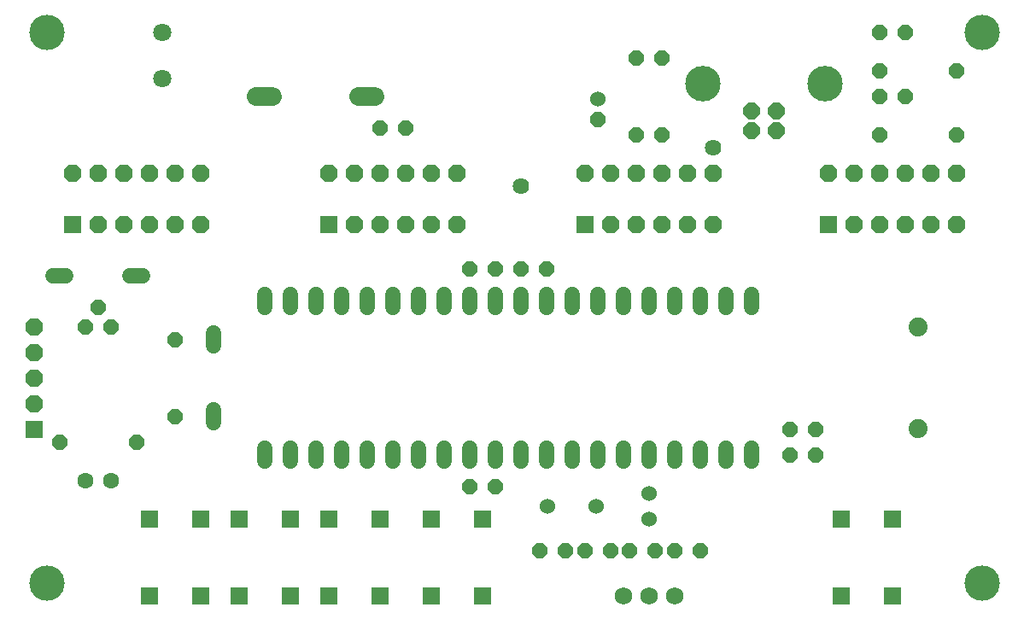
<source format=gbs>
G75*
G70*
%OFA0B0*%
%FSLAX24Y24*%
%IPPOS*%
%LPD*%
%AMOC8*
5,1,8,0,0,1.08239X$1,22.5*
%
%ADD10R,0.0674X0.0674*%
%ADD11C,0.0740*%
%ADD12OC8,0.0654*%
%ADD13C,0.1386*%
%ADD14OC8,0.0600*%
%ADD15C,0.0600*%
%ADD16C,0.0710*%
%ADD17C,0.0600*%
%ADD18C,0.1380*%
%ADD19C,0.0680*%
%ADD20C,0.0631*%
%ADD21C,0.0740*%
%ADD22R,0.0680X0.0680*%
%ADD23OC8,0.0680*%
%ADD24OC8,0.0682*%
%ADD25R,0.0682X0.0682*%
%ADD26C,0.0640*%
D10*
X005994Y005344D03*
X007994Y005344D03*
X009494Y005344D03*
X011494Y005344D03*
X012994Y005344D03*
X014994Y005344D03*
X016994Y005344D03*
X018994Y005344D03*
X018994Y008344D03*
X016994Y008344D03*
X014994Y008344D03*
X012994Y008344D03*
X011494Y008344D03*
X009494Y008344D03*
X007994Y008344D03*
X005994Y008344D03*
X032994Y008344D03*
X034994Y008344D03*
X034994Y005344D03*
X032994Y005344D03*
D11*
X035994Y011875D03*
X035994Y015812D03*
D12*
X030486Y023490D03*
X029502Y023490D03*
X029502Y024277D03*
X030486Y024277D03*
D13*
X032364Y025344D03*
X027624Y025344D03*
D14*
X025994Y026344D03*
X024994Y026344D03*
X023494Y023944D03*
X024994Y023344D03*
X025994Y023344D03*
X021494Y018094D03*
X020494Y018094D03*
X019494Y018094D03*
X018494Y018094D03*
X015994Y023594D03*
X014994Y023594D03*
X004494Y015844D03*
X003994Y016594D03*
X003494Y015844D03*
X006994Y015344D03*
X006994Y012344D03*
X005494Y011344D03*
X002494Y011344D03*
X018494Y009594D03*
X019494Y009594D03*
X021244Y007094D03*
X022244Y007094D03*
X022994Y007094D03*
X023994Y007094D03*
X024744Y007094D03*
X025744Y007094D03*
X026494Y007094D03*
X027494Y007094D03*
X030994Y010844D03*
X031994Y010844D03*
X031994Y011844D03*
X030994Y011844D03*
X034494Y023344D03*
X034494Y024844D03*
X035494Y024844D03*
X034494Y025844D03*
X034494Y027344D03*
X035494Y027344D03*
X037494Y025844D03*
X037494Y023344D03*
D15*
X023494Y024744D03*
X025494Y009344D03*
X025494Y008344D03*
X023444Y008844D03*
X021544Y008844D03*
D16*
X006494Y025544D03*
X006494Y027344D03*
D17*
X005754Y017844D02*
X005234Y017844D01*
X002754Y017844D02*
X002234Y017844D01*
X008494Y015604D02*
X008494Y015084D01*
X010494Y016584D02*
X010494Y017104D01*
X011494Y017104D02*
X011494Y016584D01*
X012494Y016584D02*
X012494Y017104D01*
X013494Y017104D02*
X013494Y016584D01*
X014494Y016584D02*
X014494Y017104D01*
X015494Y017104D02*
X015494Y016584D01*
X016494Y016584D02*
X016494Y017104D01*
X017494Y017104D02*
X017494Y016584D01*
X018494Y016584D02*
X018494Y017104D01*
X019494Y017104D02*
X019494Y016584D01*
X020494Y016584D02*
X020494Y017104D01*
X021494Y017104D02*
X021494Y016584D01*
X022494Y016584D02*
X022494Y017104D01*
X023494Y017104D02*
X023494Y016584D01*
X024494Y016584D02*
X024494Y017104D01*
X025494Y017104D02*
X025494Y016584D01*
X026494Y016584D02*
X026494Y017104D01*
X027494Y017104D02*
X027494Y016584D01*
X028494Y016584D02*
X028494Y017104D01*
X029494Y017104D02*
X029494Y016584D01*
X029494Y011104D02*
X029494Y010584D01*
X028494Y010584D02*
X028494Y011104D01*
X027494Y011104D02*
X027494Y010584D01*
X026494Y010584D02*
X026494Y011104D01*
X025494Y011104D02*
X025494Y010584D01*
X024494Y010584D02*
X024494Y011104D01*
X023494Y011104D02*
X023494Y010584D01*
X022494Y010584D02*
X022494Y011104D01*
X021494Y011104D02*
X021494Y010584D01*
X020494Y010584D02*
X020494Y011104D01*
X019494Y011104D02*
X019494Y010584D01*
X018494Y010584D02*
X018494Y011104D01*
X017494Y011104D02*
X017494Y010584D01*
X016494Y010584D02*
X016494Y011104D01*
X015494Y011104D02*
X015494Y010584D01*
X014494Y010584D02*
X014494Y011104D01*
X013494Y011104D02*
X013494Y010584D01*
X012494Y010584D02*
X012494Y011104D01*
X011494Y011104D02*
X011494Y010584D01*
X010494Y010584D02*
X010494Y011104D01*
X008494Y012084D02*
X008494Y012604D01*
D18*
X001994Y005844D03*
X001994Y027344D03*
X038494Y027344D03*
X038494Y005844D03*
D19*
X026494Y005344D03*
X025494Y005344D03*
X024494Y005344D03*
D20*
X004494Y009844D03*
X003494Y009844D03*
D21*
X010164Y024844D02*
X010824Y024844D01*
X014164Y024844D02*
X014824Y024844D01*
D22*
X001494Y011844D03*
D23*
X001494Y012844D03*
X001494Y013844D03*
X001494Y014844D03*
X001494Y015844D03*
D24*
X003994Y019844D03*
X004994Y019844D03*
X005994Y019844D03*
X006994Y019844D03*
X007994Y019844D03*
X007994Y021844D03*
X006994Y021844D03*
X005994Y021844D03*
X004994Y021844D03*
X003994Y021844D03*
X002994Y021844D03*
X012994Y021844D03*
X013994Y021844D03*
X014994Y021844D03*
X015994Y021844D03*
X016994Y021844D03*
X017994Y021844D03*
X017994Y019844D03*
X016994Y019844D03*
X015994Y019844D03*
X014994Y019844D03*
X013994Y019844D03*
X022994Y021844D03*
X023994Y021844D03*
X024994Y021844D03*
X025994Y021844D03*
X026994Y021844D03*
X027994Y021844D03*
X027994Y019844D03*
X026994Y019844D03*
X025994Y019844D03*
X024994Y019844D03*
X023994Y019844D03*
X032494Y021844D03*
X033494Y021844D03*
X034494Y021844D03*
X035494Y021844D03*
X036494Y021844D03*
X037494Y021844D03*
X037494Y019844D03*
X036494Y019844D03*
X035494Y019844D03*
X034494Y019844D03*
X033494Y019844D03*
D25*
X032494Y019844D03*
X022994Y019844D03*
X012994Y019844D03*
X002994Y019844D03*
D26*
X020494Y021344D03*
X027994Y022844D03*
M02*

</source>
